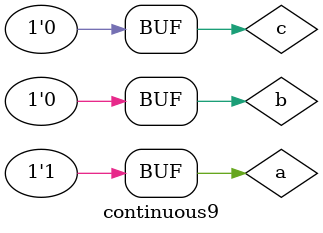
<source format=v>
module continuous9;
wire a,b,c;
assign #(1) a=1'b1, b=1'b0, c=1'd2;
endmodule

</source>
